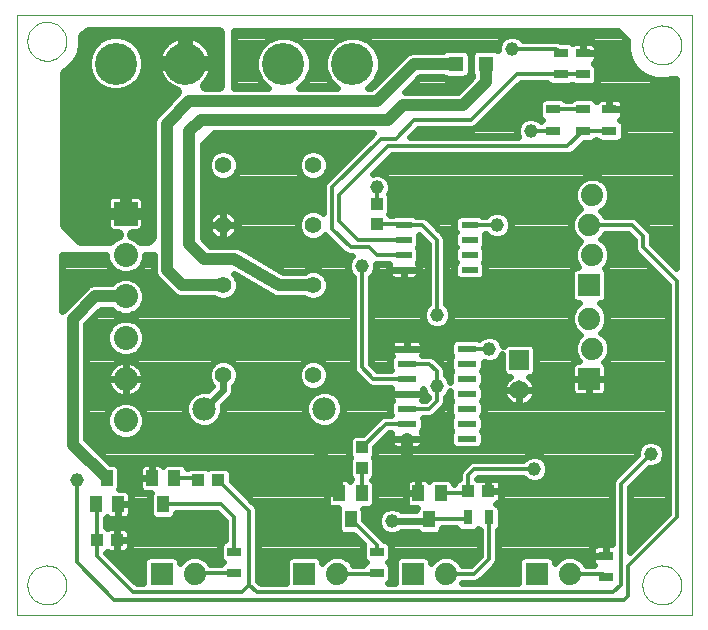
<source format=gtl>
G75*
%MOIN*%
%OFA0B0*%
%FSLAX24Y24*%
%IPPOS*%
%LPD*%
%AMOC8*
5,1,8,0,0,1.08239X$1,22.5*
%
%ADD10C,0.0000*%
%ADD11C,0.0780*%
%ADD12R,0.0800X0.0800*%
%ADD13C,0.0800*%
%ADD14C,0.1400*%
%ADD15R,0.0515X0.0515*%
%ADD16C,0.0554*%
%ADD17R,0.0394X0.0433*%
%ADD18R,0.0433X0.0394*%
%ADD19R,0.0394X0.0551*%
%ADD20R,0.0560X0.0220*%
%ADD21R,0.0630X0.0220*%
%ADD22R,0.0740X0.0740*%
%ADD23C,0.0740*%
%ADD24R,0.0472X0.0315*%
%ADD25R,0.0315X0.0472*%
%ADD26R,0.0650X0.0650*%
%ADD27C,0.0650*%
%ADD28C,0.0120*%
%ADD29C,0.0460*%
%ADD30C,0.0240*%
%ADD31C,0.0400*%
%ADD32C,0.0660*%
%ADD33C,0.0100*%
D10*
X000225Y000225D02*
X000225Y020221D01*
X022720Y020221D01*
X022720Y000225D01*
X000225Y000225D01*
X000575Y001225D02*
X000577Y001275D01*
X000583Y001325D01*
X000593Y001375D01*
X000606Y001423D01*
X000623Y001471D01*
X000644Y001517D01*
X000668Y001561D01*
X000696Y001603D01*
X000727Y001643D01*
X000761Y001680D01*
X000798Y001715D01*
X000837Y001746D01*
X000878Y001775D01*
X000922Y001800D01*
X000968Y001822D01*
X001015Y001840D01*
X001063Y001854D01*
X001112Y001865D01*
X001162Y001872D01*
X001212Y001875D01*
X001263Y001874D01*
X001313Y001869D01*
X001363Y001860D01*
X001411Y001848D01*
X001459Y001831D01*
X001505Y001811D01*
X001550Y001788D01*
X001593Y001761D01*
X001633Y001731D01*
X001671Y001698D01*
X001706Y001662D01*
X001739Y001623D01*
X001768Y001582D01*
X001794Y001539D01*
X001817Y001494D01*
X001836Y001447D01*
X001851Y001399D01*
X001863Y001350D01*
X001871Y001300D01*
X001875Y001250D01*
X001875Y001200D01*
X001871Y001150D01*
X001863Y001100D01*
X001851Y001051D01*
X001836Y001003D01*
X001817Y000956D01*
X001794Y000911D01*
X001768Y000868D01*
X001739Y000827D01*
X001706Y000788D01*
X001671Y000752D01*
X001633Y000719D01*
X001593Y000689D01*
X001550Y000662D01*
X001505Y000639D01*
X001459Y000619D01*
X001411Y000602D01*
X001363Y000590D01*
X001313Y000581D01*
X001263Y000576D01*
X001212Y000575D01*
X001162Y000578D01*
X001112Y000585D01*
X001063Y000596D01*
X001015Y000610D01*
X000968Y000628D01*
X000922Y000650D01*
X000878Y000675D01*
X000837Y000704D01*
X000798Y000735D01*
X000761Y000770D01*
X000727Y000807D01*
X000696Y000847D01*
X000668Y000889D01*
X000644Y000933D01*
X000623Y000979D01*
X000606Y001027D01*
X000593Y001075D01*
X000583Y001125D01*
X000577Y001175D01*
X000575Y001225D01*
X000575Y019350D02*
X000577Y019400D01*
X000583Y019450D01*
X000593Y019500D01*
X000606Y019548D01*
X000623Y019596D01*
X000644Y019642D01*
X000668Y019686D01*
X000696Y019728D01*
X000727Y019768D01*
X000761Y019805D01*
X000798Y019840D01*
X000837Y019871D01*
X000878Y019900D01*
X000922Y019925D01*
X000968Y019947D01*
X001015Y019965D01*
X001063Y019979D01*
X001112Y019990D01*
X001162Y019997D01*
X001212Y020000D01*
X001263Y019999D01*
X001313Y019994D01*
X001363Y019985D01*
X001411Y019973D01*
X001459Y019956D01*
X001505Y019936D01*
X001550Y019913D01*
X001593Y019886D01*
X001633Y019856D01*
X001671Y019823D01*
X001706Y019787D01*
X001739Y019748D01*
X001768Y019707D01*
X001794Y019664D01*
X001817Y019619D01*
X001836Y019572D01*
X001851Y019524D01*
X001863Y019475D01*
X001871Y019425D01*
X001875Y019375D01*
X001875Y019325D01*
X001871Y019275D01*
X001863Y019225D01*
X001851Y019176D01*
X001836Y019128D01*
X001817Y019081D01*
X001794Y019036D01*
X001768Y018993D01*
X001739Y018952D01*
X001706Y018913D01*
X001671Y018877D01*
X001633Y018844D01*
X001593Y018814D01*
X001550Y018787D01*
X001505Y018764D01*
X001459Y018744D01*
X001411Y018727D01*
X001363Y018715D01*
X001313Y018706D01*
X001263Y018701D01*
X001212Y018700D01*
X001162Y018703D01*
X001112Y018710D01*
X001063Y018721D01*
X001015Y018735D01*
X000968Y018753D01*
X000922Y018775D01*
X000878Y018800D01*
X000837Y018829D01*
X000798Y018860D01*
X000761Y018895D01*
X000727Y018932D01*
X000696Y018972D01*
X000668Y019014D01*
X000644Y019058D01*
X000623Y019104D01*
X000606Y019152D01*
X000593Y019200D01*
X000583Y019250D01*
X000577Y019300D01*
X000575Y019350D01*
X021075Y019225D02*
X021077Y019275D01*
X021083Y019325D01*
X021093Y019375D01*
X021106Y019423D01*
X021123Y019471D01*
X021144Y019517D01*
X021168Y019561D01*
X021196Y019603D01*
X021227Y019643D01*
X021261Y019680D01*
X021298Y019715D01*
X021337Y019746D01*
X021378Y019775D01*
X021422Y019800D01*
X021468Y019822D01*
X021515Y019840D01*
X021563Y019854D01*
X021612Y019865D01*
X021662Y019872D01*
X021712Y019875D01*
X021763Y019874D01*
X021813Y019869D01*
X021863Y019860D01*
X021911Y019848D01*
X021959Y019831D01*
X022005Y019811D01*
X022050Y019788D01*
X022093Y019761D01*
X022133Y019731D01*
X022171Y019698D01*
X022206Y019662D01*
X022239Y019623D01*
X022268Y019582D01*
X022294Y019539D01*
X022317Y019494D01*
X022336Y019447D01*
X022351Y019399D01*
X022363Y019350D01*
X022371Y019300D01*
X022375Y019250D01*
X022375Y019200D01*
X022371Y019150D01*
X022363Y019100D01*
X022351Y019051D01*
X022336Y019003D01*
X022317Y018956D01*
X022294Y018911D01*
X022268Y018868D01*
X022239Y018827D01*
X022206Y018788D01*
X022171Y018752D01*
X022133Y018719D01*
X022093Y018689D01*
X022050Y018662D01*
X022005Y018639D01*
X021959Y018619D01*
X021911Y018602D01*
X021863Y018590D01*
X021813Y018581D01*
X021763Y018576D01*
X021712Y018575D01*
X021662Y018578D01*
X021612Y018585D01*
X021563Y018596D01*
X021515Y018610D01*
X021468Y018628D01*
X021422Y018650D01*
X021378Y018675D01*
X021337Y018704D01*
X021298Y018735D01*
X021261Y018770D01*
X021227Y018807D01*
X021196Y018847D01*
X021168Y018889D01*
X021144Y018933D01*
X021123Y018979D01*
X021106Y019027D01*
X021093Y019075D01*
X021083Y019125D01*
X021077Y019175D01*
X021075Y019225D01*
X021075Y001225D02*
X021077Y001275D01*
X021083Y001325D01*
X021093Y001375D01*
X021106Y001423D01*
X021123Y001471D01*
X021144Y001517D01*
X021168Y001561D01*
X021196Y001603D01*
X021227Y001643D01*
X021261Y001680D01*
X021298Y001715D01*
X021337Y001746D01*
X021378Y001775D01*
X021422Y001800D01*
X021468Y001822D01*
X021515Y001840D01*
X021563Y001854D01*
X021612Y001865D01*
X021662Y001872D01*
X021712Y001875D01*
X021763Y001874D01*
X021813Y001869D01*
X021863Y001860D01*
X021911Y001848D01*
X021959Y001831D01*
X022005Y001811D01*
X022050Y001788D01*
X022093Y001761D01*
X022133Y001731D01*
X022171Y001698D01*
X022206Y001662D01*
X022239Y001623D01*
X022268Y001582D01*
X022294Y001539D01*
X022317Y001494D01*
X022336Y001447D01*
X022351Y001399D01*
X022363Y001350D01*
X022371Y001300D01*
X022375Y001250D01*
X022375Y001200D01*
X022371Y001150D01*
X022363Y001100D01*
X022351Y001051D01*
X022336Y001003D01*
X022317Y000956D01*
X022294Y000911D01*
X022268Y000868D01*
X022239Y000827D01*
X022206Y000788D01*
X022171Y000752D01*
X022133Y000719D01*
X022093Y000689D01*
X022050Y000662D01*
X022005Y000639D01*
X021959Y000619D01*
X021911Y000602D01*
X021863Y000590D01*
X021813Y000581D01*
X021763Y000576D01*
X021712Y000575D01*
X021662Y000578D01*
X021612Y000585D01*
X021563Y000596D01*
X021515Y000610D01*
X021468Y000628D01*
X021422Y000650D01*
X021378Y000675D01*
X021337Y000704D01*
X021298Y000735D01*
X021261Y000770D01*
X021227Y000807D01*
X021196Y000847D01*
X021168Y000889D01*
X021144Y000933D01*
X021123Y000979D01*
X021106Y001027D01*
X021093Y001075D01*
X021083Y001125D01*
X021077Y001175D01*
X021075Y001225D01*
D11*
X010475Y007100D03*
X006475Y007100D03*
D12*
X003850Y013600D03*
D13*
X003850Y012222D03*
X003850Y010844D03*
X003850Y009466D03*
X003850Y008088D03*
X003850Y006710D03*
D14*
X003538Y018600D03*
X005838Y018600D03*
X009112Y018600D03*
X011412Y018600D03*
D15*
X014850Y018600D03*
X015850Y018600D03*
D16*
X010100Y015225D03*
X010100Y013225D03*
X010100Y011225D03*
X007100Y011225D03*
X007100Y013225D03*
X007100Y015225D03*
X007100Y008225D03*
X010100Y008225D03*
D17*
X011725Y005810D03*
X011725Y005140D03*
X012225Y013265D03*
X012225Y013935D03*
D18*
X006935Y004725D03*
X006265Y004725D03*
X003560Y002725D03*
X002890Y002725D03*
X015265Y004350D03*
X015935Y004350D03*
D19*
X014349Y004283D03*
X013601Y004283D03*
X013975Y003417D03*
X011724Y004283D03*
X010976Y004283D03*
X011350Y003417D03*
X005474Y004783D03*
X004726Y004783D03*
X005100Y003917D03*
X003599Y003917D03*
X002851Y003917D03*
X003225Y004783D03*
D20*
X013125Y011725D03*
X013125Y012225D03*
X013125Y012725D03*
X013125Y013225D03*
X015325Y013225D03*
X015325Y012725D03*
X015325Y012225D03*
X015325Y011725D03*
D21*
X015225Y009100D03*
X015225Y008600D03*
X015225Y008100D03*
X015225Y007600D03*
X015225Y007100D03*
X015225Y006600D03*
X015225Y006100D03*
X013225Y006100D03*
X013225Y006600D03*
X013225Y007100D03*
X013225Y007600D03*
X013225Y008100D03*
X013225Y008600D03*
X013225Y009100D03*
D22*
X019300Y008100D03*
X019300Y011225D03*
X017550Y001600D03*
X013425Y001600D03*
X009800Y001600D03*
X005050Y001600D03*
D23*
X006150Y001600D03*
X010900Y001600D03*
X014525Y001600D03*
X018650Y001600D03*
X019400Y009100D03*
X019300Y010100D03*
X019400Y012225D03*
X019300Y013225D03*
X019400Y014225D03*
D24*
X019100Y016371D03*
X019100Y017079D03*
X019975Y017079D03*
X019975Y016371D03*
X018100Y016371D03*
X018100Y017079D03*
X018350Y018246D03*
X018350Y018954D03*
X019100Y018954D03*
X019100Y018246D03*
X012225Y002329D03*
X012225Y001621D03*
X007475Y001621D03*
X007475Y002329D03*
X019850Y002204D03*
X019850Y001496D03*
D25*
X015954Y003475D03*
X015246Y003475D03*
D26*
X016975Y008725D03*
D27*
X016975Y007725D03*
D28*
X015975Y009100D02*
X015225Y009100D01*
X014225Y008350D02*
X013975Y008600D01*
X013225Y008600D01*
X013225Y008100D02*
X012100Y008100D01*
X011725Y008475D01*
X011725Y011850D01*
X012225Y012225D02*
X013125Y012225D01*
X013125Y012725D02*
X011600Y012725D01*
X010975Y013350D01*
X010975Y014225D01*
X012600Y015850D01*
X018579Y015850D01*
X019100Y016371D01*
X019975Y016371D01*
X019100Y017079D02*
X018100Y017079D01*
X018100Y016371D02*
X018079Y016350D01*
X017350Y016350D01*
X016890Y018265D02*
X018330Y018265D01*
X018350Y018246D01*
X019100Y018246D01*
X018350Y018954D02*
X018204Y019100D01*
X016725Y019100D01*
X016890Y018265D02*
X015350Y016725D01*
X013475Y016725D01*
X012850Y016100D01*
X012350Y016100D01*
X010725Y014475D01*
X010725Y013100D01*
X011350Y012475D01*
X011975Y012475D01*
X012225Y012225D01*
X012225Y013265D02*
X013085Y013265D01*
X013125Y013225D01*
X013725Y013225D01*
X014225Y012725D01*
X014225Y010225D01*
X014225Y008350D02*
X014225Y007850D01*
X014225Y007350D01*
X013975Y007100D01*
X013225Y007100D01*
X013225Y006600D02*
X012515Y006600D01*
X011725Y005810D01*
X011725Y005140D02*
X011724Y005139D01*
X011724Y004283D01*
X011350Y003417D02*
X012225Y002542D01*
X012225Y002329D01*
X012225Y001621D02*
X012204Y001600D01*
X010900Y001600D01*
X008225Y000975D02*
X020100Y000975D01*
X020350Y001225D01*
X020350Y004600D01*
X021350Y005600D01*
X022225Y003475D02*
X020600Y001850D01*
X020600Y000850D01*
X020475Y000725D01*
X003475Y000725D01*
X002225Y001975D01*
X002225Y004725D01*
X002851Y003917D02*
X002890Y003878D01*
X002890Y002725D01*
X002890Y002185D01*
X004100Y000975D01*
X007725Y000975D01*
X007975Y001225D01*
X007975Y003685D01*
X006935Y004725D01*
X006265Y004725D02*
X006207Y004783D01*
X005474Y004783D01*
X005100Y003917D02*
X007033Y003917D01*
X007475Y003475D01*
X007475Y002329D01*
X007475Y001621D02*
X006171Y001621D01*
X006150Y001600D01*
X007975Y001225D02*
X008225Y000975D01*
X013975Y003417D02*
X015188Y003417D01*
X015246Y003475D01*
X015954Y003475D02*
X015954Y002079D01*
X015475Y001600D01*
X014525Y001600D01*
X014349Y004283D02*
X015198Y004283D01*
X015265Y004350D01*
X015265Y004890D01*
X015475Y005100D01*
X017475Y005100D01*
X018600Y001600D02*
X018475Y001475D01*
X018525Y001475D01*
X018650Y001600D01*
X019746Y001600D01*
X019850Y001496D01*
X018650Y001600D02*
X018600Y001600D01*
X022225Y003475D02*
X022225Y011350D01*
X021100Y012475D01*
X021100Y012850D01*
X020725Y013225D01*
X019300Y013225D01*
X016225Y013225D02*
X015325Y013225D01*
X012225Y013935D02*
X012225Y014475D01*
D29*
X012225Y014475D03*
X011725Y011850D03*
X014225Y010225D03*
X015975Y009100D03*
X014225Y007850D03*
X017475Y005100D03*
X021350Y005600D03*
X016225Y013225D03*
X017350Y016350D03*
X016725Y019100D03*
X002225Y004725D03*
X012725Y003350D03*
D30*
X013908Y003350D01*
X013975Y003417D01*
X013538Y003710D02*
X013030Y003710D01*
X012991Y003748D01*
X012818Y003820D01*
X012632Y003820D01*
X012459Y003748D01*
X012327Y003616D01*
X012255Y003443D01*
X012255Y003257D01*
X012327Y003084D01*
X012459Y002952D01*
X012632Y002880D01*
X012818Y002880D01*
X012991Y002952D01*
X013030Y002990D01*
X013590Y002990D01*
X013642Y002938D01*
X013730Y002901D01*
X014220Y002901D01*
X014308Y002938D01*
X014375Y003005D01*
X014412Y003094D01*
X014412Y003117D01*
X014879Y003117D01*
X014885Y003103D01*
X014952Y003035D01*
X015040Y002999D01*
X015451Y002999D01*
X015539Y003035D01*
X015600Y003096D01*
X015654Y003042D01*
X015654Y002204D01*
X015351Y001900D01*
X015061Y001900D01*
X015042Y001946D01*
X014871Y002117D01*
X014646Y002210D01*
X014404Y002210D01*
X014179Y002117D01*
X014035Y001973D01*
X014035Y002018D01*
X013998Y002106D01*
X013931Y002173D01*
X013843Y002210D01*
X013007Y002210D01*
X012919Y002173D01*
X012852Y002106D01*
X012815Y002018D01*
X012815Y001275D01*
X012612Y001275D01*
X012665Y001327D01*
X012701Y001415D01*
X012701Y001826D01*
X012665Y001914D01*
X012604Y001975D01*
X012665Y002036D01*
X012701Y002124D01*
X012701Y002535D01*
X012665Y002623D01*
X012597Y002690D01*
X012509Y002727D01*
X012464Y002727D01*
X012395Y002796D01*
X011787Y003404D01*
X011787Y003740D01*
X011776Y003767D01*
X011969Y003767D01*
X012057Y003804D01*
X012124Y003872D01*
X012161Y003960D01*
X012161Y004606D01*
X012124Y004695D01*
X012078Y004741D01*
X012125Y004788D01*
X012162Y004876D01*
X012162Y005405D01*
X012133Y005475D01*
X012162Y005545D01*
X012162Y005822D01*
X012640Y006300D01*
X012708Y006300D01*
X012705Y006295D01*
X012690Y006239D01*
X012690Y006100D01*
X013225Y006100D01*
X013760Y006100D01*
X013760Y006239D01*
X013745Y006295D01*
X013723Y006333D01*
X013743Y006354D01*
X013780Y006442D01*
X013780Y006758D01*
X013762Y006800D01*
X014035Y006800D01*
X014145Y006846D01*
X014229Y006930D01*
X014229Y006930D01*
X014479Y007180D01*
X014525Y007290D01*
X014525Y007485D01*
X014623Y007584D01*
X014670Y007696D01*
X014670Y007442D01*
X014707Y007354D01*
X014711Y007350D01*
X014707Y007346D01*
X014670Y007258D01*
X014670Y006942D01*
X014707Y006854D01*
X014711Y006850D01*
X014707Y006846D01*
X014670Y006758D01*
X014670Y006442D01*
X014707Y006354D01*
X014711Y006350D01*
X014707Y006346D01*
X014670Y006258D01*
X014670Y005942D01*
X014707Y005854D01*
X014774Y005787D01*
X014862Y005750D01*
X015588Y005750D01*
X015676Y005787D01*
X015743Y005854D01*
X015780Y005942D01*
X015780Y006258D01*
X015743Y006346D01*
X015739Y006350D01*
X015743Y006354D01*
X015780Y006442D01*
X015780Y006758D01*
X015743Y006846D01*
X015739Y006850D01*
X015743Y006854D01*
X015780Y006942D01*
X015780Y007258D01*
X015743Y007346D01*
X015739Y007350D01*
X015743Y007354D01*
X015780Y007442D01*
X015780Y007758D01*
X015743Y007846D01*
X015739Y007850D01*
X015743Y007854D01*
X015780Y007942D01*
X015780Y008258D01*
X015743Y008346D01*
X015739Y008350D01*
X015743Y008354D01*
X015780Y008442D01*
X015780Y008672D01*
X015882Y008630D01*
X016068Y008630D01*
X016241Y008702D01*
X016373Y008834D01*
X016410Y008922D01*
X016410Y008352D01*
X016447Y008264D01*
X016514Y008197D01*
X016602Y008160D01*
X016647Y008160D01*
X016620Y008141D01*
X016559Y008080D01*
X016509Y008011D01*
X016470Y007934D01*
X016443Y007853D01*
X016430Y007768D01*
X016430Y007725D01*
X016975Y007725D01*
X017520Y007725D01*
X017520Y007768D01*
X017507Y007853D01*
X017480Y007934D01*
X017441Y008011D01*
X017391Y008080D01*
X017330Y008141D01*
X017303Y008160D01*
X017348Y008160D01*
X017436Y008197D01*
X017503Y008264D01*
X017540Y008352D01*
X017540Y009098D01*
X017503Y009186D01*
X017436Y009253D01*
X017348Y009290D01*
X016602Y009290D01*
X016514Y009253D01*
X016447Y009186D01*
X016445Y009182D01*
X016445Y009193D01*
X016373Y009366D01*
X016241Y009498D01*
X016068Y009570D01*
X015882Y009570D01*
X015709Y009498D01*
X015639Y009429D01*
X015588Y009450D01*
X014862Y009450D01*
X014774Y009413D01*
X014707Y009346D01*
X014670Y009258D01*
X014670Y008942D01*
X014707Y008854D01*
X014711Y008850D01*
X014707Y008846D01*
X014670Y008758D01*
X014670Y008442D01*
X014707Y008354D01*
X014711Y008350D01*
X014707Y008346D01*
X014670Y008258D01*
X014670Y008004D01*
X014623Y008116D01*
X014525Y008215D01*
X014525Y008410D01*
X014479Y008520D01*
X014229Y008770D01*
X014145Y008854D01*
X014035Y008900D01*
X013742Y008900D01*
X013745Y008905D01*
X013760Y008961D01*
X013760Y009100D01*
X013760Y009239D01*
X013745Y009295D01*
X013716Y009345D01*
X013675Y009386D01*
X013625Y009415D01*
X013569Y009430D01*
X013225Y009430D01*
X013225Y009100D01*
X013225Y009100D01*
X013760Y009100D01*
X013225Y009100D01*
X013225Y009100D01*
X013225Y009100D01*
X012690Y009100D01*
X012690Y009239D01*
X012705Y009295D01*
X012734Y009345D01*
X012775Y009386D01*
X012825Y009415D01*
X012881Y009430D01*
X013225Y009430D01*
X013225Y009100D01*
X012690Y009100D01*
X012690Y008961D01*
X012705Y008905D01*
X012727Y008867D01*
X012707Y008846D01*
X012670Y008758D01*
X012670Y008442D01*
X012688Y008400D01*
X012224Y008400D01*
X012025Y008599D01*
X012025Y011485D01*
X012123Y011584D01*
X012195Y011757D01*
X012195Y011925D01*
X012643Y011925D01*
X012640Y011920D01*
X012625Y011864D01*
X012625Y011725D01*
X013125Y011725D01*
X013625Y011725D01*
X013625Y011864D01*
X013610Y011920D01*
X013588Y011958D01*
X013608Y011979D01*
X013645Y012067D01*
X013645Y012383D01*
X013608Y012471D01*
X013604Y012475D01*
X013608Y012479D01*
X013645Y012567D01*
X013645Y012881D01*
X013925Y012601D01*
X013925Y010590D01*
X013827Y010491D01*
X013755Y010318D01*
X013755Y010132D01*
X013827Y009959D01*
X013959Y009827D01*
X014132Y009755D01*
X014318Y009755D01*
X014491Y009827D01*
X014623Y009959D01*
X014695Y010132D01*
X014695Y010318D01*
X014623Y010491D01*
X014525Y010590D01*
X014525Y012785D01*
X014479Y012895D01*
X014395Y012979D01*
X013895Y013479D01*
X013785Y013525D01*
X013554Y013525D01*
X013541Y013538D01*
X013453Y013575D01*
X012797Y013575D01*
X012774Y013565D01*
X012647Y013565D01*
X012633Y013600D01*
X012662Y013670D01*
X012662Y014199D01*
X012641Y014250D01*
X012695Y014382D01*
X012695Y014568D01*
X012623Y014741D01*
X012491Y014873D01*
X012318Y014945D01*
X012132Y014945D01*
X012111Y014936D01*
X012724Y015550D01*
X018639Y015550D01*
X018749Y015596D01*
X019127Y015973D01*
X019384Y015973D01*
X019472Y016010D01*
X019533Y016071D01*
X019542Y016071D01*
X019603Y016010D01*
X019691Y015973D01*
X020259Y015973D01*
X020347Y016010D01*
X020415Y016077D01*
X020451Y016165D01*
X020451Y016576D01*
X020415Y016664D01*
X020347Y016732D01*
X020332Y016738D01*
X020346Y016746D01*
X020387Y016787D01*
X020416Y016837D01*
X020431Y016893D01*
X020431Y017079D01*
X019975Y017079D01*
X019975Y017079D01*
X020431Y017079D01*
X020431Y017266D01*
X020416Y017322D01*
X020387Y017372D01*
X020346Y017413D01*
X020296Y017442D01*
X020240Y017457D01*
X019975Y017457D01*
X019710Y017457D01*
X019654Y017442D01*
X019604Y017413D01*
X019563Y017372D01*
X019550Y017349D01*
X019540Y017373D01*
X019472Y017440D01*
X019384Y017477D01*
X018816Y017477D01*
X018728Y017440D01*
X018667Y017379D01*
X018533Y017379D01*
X018472Y017440D01*
X018384Y017477D01*
X017816Y017477D01*
X017728Y017440D01*
X017660Y017373D01*
X017624Y017285D01*
X017624Y016874D01*
X017660Y016786D01*
X017721Y016725D01*
X017680Y016684D01*
X017616Y016748D01*
X017443Y016820D01*
X017257Y016820D01*
X017084Y016748D01*
X016952Y016616D01*
X016880Y016443D01*
X015453Y016443D01*
X015410Y016425D02*
X015520Y016471D01*
X015604Y016555D01*
X017015Y017965D01*
X017905Y017965D01*
X017910Y017952D01*
X017978Y017885D01*
X018066Y017848D01*
X018634Y017848D01*
X018722Y017885D01*
X018725Y017888D01*
X018728Y017885D01*
X018816Y017848D01*
X019384Y017848D01*
X019472Y017885D01*
X019540Y017952D01*
X019576Y018040D01*
X019576Y018451D01*
X019540Y018539D01*
X019472Y018607D01*
X019457Y018613D01*
X019471Y018621D01*
X019512Y018662D01*
X019541Y018712D01*
X019556Y018768D01*
X019556Y018954D01*
X019100Y018954D01*
X019100Y018954D01*
X019556Y018954D01*
X019556Y019141D01*
X019541Y019197D01*
X019512Y019247D01*
X019471Y019288D01*
X019421Y019317D01*
X019365Y019332D01*
X019100Y019332D01*
X018835Y019332D01*
X018779Y019317D01*
X018742Y019295D01*
X018722Y019315D01*
X018634Y019352D01*
X018377Y019352D01*
X018374Y019354D01*
X018264Y019400D01*
X017090Y019400D01*
X016991Y019498D01*
X016818Y019570D01*
X016632Y019570D01*
X016459Y019498D01*
X016327Y019366D01*
X016255Y019193D01*
X016255Y019049D01*
X016243Y019061D01*
X016155Y019097D01*
X015545Y019097D01*
X015457Y019061D01*
X015389Y018993D01*
X015353Y018905D01*
X015353Y018295D01*
X015389Y018207D01*
X015410Y018186D01*
X015410Y018157D01*
X014918Y017665D01*
X013162Y017665D01*
X013657Y018160D01*
X014436Y018160D01*
X014457Y018139D01*
X014545Y018103D01*
X015155Y018103D01*
X015243Y018139D01*
X015311Y018207D01*
X015347Y018295D01*
X015347Y018905D01*
X015311Y018993D01*
X015243Y019061D01*
X015155Y019097D01*
X014545Y019097D01*
X014457Y019061D01*
X014436Y019040D01*
X013387Y019040D01*
X013226Y018973D01*
X012043Y017790D01*
X011913Y017790D01*
X011944Y017803D01*
X012209Y018068D01*
X012352Y018413D01*
X012352Y018787D01*
X012209Y019132D01*
X011944Y019397D01*
X011599Y019540D01*
X011225Y019540D01*
X010880Y019397D01*
X010615Y019132D01*
X010472Y018787D01*
X010472Y018413D01*
X010615Y018068D01*
X010880Y017803D01*
X010911Y017790D01*
X009613Y017790D01*
X009644Y017803D01*
X009909Y018068D01*
X010052Y018413D01*
X010052Y018787D01*
X009909Y019132D01*
X009644Y019397D01*
X009299Y019540D01*
X008925Y019540D01*
X008580Y019397D01*
X008315Y019132D01*
X008172Y018787D01*
X008172Y018413D01*
X008315Y018068D01*
X008580Y017803D01*
X008611Y017790D01*
X007475Y017790D01*
X007475Y019701D01*
X020249Y019701D01*
X020558Y019392D01*
X020555Y019379D01*
X020555Y019071D01*
X020635Y018773D01*
X020789Y018507D01*
X021007Y018289D01*
X021273Y018135D01*
X021331Y018119D01*
X021350Y018100D01*
X021403Y018100D01*
X021571Y018055D01*
X021879Y018055D01*
X022047Y018100D01*
X022200Y018100D01*
X022200Y011799D01*
X021400Y012599D01*
X021400Y012910D01*
X021354Y013020D01*
X021270Y013104D01*
X022200Y013104D01*
X022200Y012866D02*
X021400Y012866D01*
X021400Y012627D02*
X022200Y012627D01*
X022200Y012389D02*
X021611Y012389D01*
X021849Y012150D02*
X022200Y012150D01*
X022200Y011912D02*
X022088Y011912D01*
X021716Y011435D02*
X019910Y011435D01*
X019910Y011643D02*
X019873Y011731D01*
X019821Y011783D01*
X019917Y011879D01*
X020010Y012104D01*
X020010Y012346D01*
X019917Y012571D01*
X019746Y012742D01*
X019699Y012761D01*
X019817Y012879D01*
X019836Y012925D01*
X020601Y012925D01*
X020800Y012726D01*
X020800Y012415D01*
X020846Y012305D01*
X020930Y012221D01*
X020930Y012221D01*
X021925Y011226D01*
X021925Y003599D01*
X020650Y002324D01*
X020650Y004476D01*
X021304Y005130D01*
X021443Y005130D01*
X021616Y005202D01*
X021748Y005334D01*
X021820Y005507D01*
X021820Y005693D01*
X021748Y005866D01*
X021616Y005998D01*
X021443Y006070D01*
X021257Y006070D01*
X021084Y005998D01*
X020952Y005866D01*
X020880Y005693D01*
X020880Y005554D01*
X020180Y004854D01*
X020096Y004770D01*
X020050Y004660D01*
X020050Y002582D01*
X019850Y002582D01*
X019585Y002582D01*
X019529Y002567D01*
X019479Y002538D01*
X019438Y002497D01*
X019409Y002447D01*
X019394Y002391D01*
X019394Y002204D01*
X019394Y002018D01*
X019409Y001962D01*
X019438Y001912D01*
X019450Y001900D01*
X019186Y001900D01*
X019167Y001946D01*
X018996Y002117D01*
X018771Y002210D01*
X018529Y002210D01*
X018304Y002117D01*
X018160Y001973D01*
X018160Y002018D01*
X018123Y002106D01*
X018056Y002173D01*
X017968Y002210D01*
X017132Y002210D01*
X017044Y002173D01*
X016977Y002106D01*
X016940Y002018D01*
X016940Y001275D01*
X015051Y001275D01*
X015061Y001300D01*
X015535Y001300D01*
X015645Y001346D01*
X015729Y001430D01*
X016124Y001825D01*
X016209Y001909D01*
X016254Y002020D01*
X016254Y003042D01*
X016315Y003103D01*
X016352Y003191D01*
X016352Y003759D01*
X016315Y003847D01*
X016248Y003915D01*
X016194Y003937D01*
X016236Y003948D01*
X016286Y003977D01*
X016327Y004018D01*
X016356Y004068D01*
X016371Y004124D01*
X016371Y004350D01*
X016371Y004576D01*
X016356Y004632D01*
X016327Y004682D01*
X016286Y004723D01*
X016236Y004752D01*
X016180Y004767D01*
X015935Y004767D01*
X015935Y004350D01*
X016371Y004350D01*
X015935Y004350D01*
X015935Y004350D01*
X015935Y004350D01*
X015935Y004767D01*
X015689Y004767D01*
X015633Y004752D01*
X015622Y004746D01*
X015618Y004750D01*
X015570Y004770D01*
X015599Y004800D01*
X017110Y004800D01*
X017209Y004702D01*
X017382Y004630D01*
X017568Y004630D01*
X017741Y004702D01*
X017873Y004834D01*
X017945Y005007D01*
X017945Y005193D01*
X017873Y005366D01*
X017741Y005498D01*
X017568Y005570D01*
X017382Y005570D01*
X017209Y005498D01*
X017110Y005400D01*
X015415Y005400D01*
X015305Y005354D01*
X015221Y005270D01*
X015011Y005060D01*
X014965Y004950D01*
X014965Y004772D01*
X014913Y004750D01*
X014845Y004683D01*
X014809Y004595D01*
X014809Y004583D01*
X014786Y004583D01*
X014786Y004606D01*
X014749Y004695D01*
X014682Y004762D01*
X014594Y004799D01*
X014104Y004799D01*
X014016Y004762D01*
X013961Y004707D01*
X013933Y004735D01*
X013883Y004764D01*
X013827Y004779D01*
X013601Y004779D01*
X013375Y004779D01*
X013319Y004764D01*
X013269Y004735D01*
X013228Y004694D01*
X013199Y004644D01*
X013184Y004588D01*
X013184Y004283D01*
X013184Y003979D01*
X013199Y003923D01*
X013228Y003872D01*
X013269Y003831D01*
X013319Y003802D01*
X013375Y003787D01*
X013558Y003787D01*
X013538Y003740D01*
X013538Y003710D01*
X013319Y003803D02*
X012861Y003803D01*
X013184Y004041D02*
X012161Y004041D01*
X012161Y004280D02*
X013184Y004280D01*
X013184Y004283D02*
X013601Y004283D01*
X013601Y004283D01*
X013184Y004283D01*
X013184Y004518D02*
X012161Y004518D01*
X012094Y004757D02*
X013307Y004757D01*
X013601Y004757D02*
X013601Y004757D01*
X013601Y004779D02*
X013601Y004283D01*
X013601Y004283D01*
X013601Y004779D01*
X013895Y004757D02*
X014011Y004757D01*
X013601Y004518D02*
X013601Y004518D01*
X014687Y004757D02*
X014928Y004757D01*
X014984Y004995D02*
X012162Y004995D01*
X012162Y005234D02*
X015184Y005234D01*
X015603Y004757D02*
X015651Y004757D01*
X015935Y004757D02*
X015935Y004757D01*
X016219Y004757D02*
X017154Y004757D01*
X017796Y004757D02*
X020090Y004757D01*
X020180Y004854D02*
X020180Y004854D01*
X020321Y004995D02*
X017940Y004995D01*
X017928Y005234D02*
X020559Y005234D01*
X020798Y005472D02*
X017768Y005472D01*
X017182Y005472D02*
X012134Y005472D01*
X012162Y005711D02*
X020887Y005711D01*
X021034Y005949D02*
X015780Y005949D01*
X015780Y006188D02*
X021925Y006188D01*
X021925Y006426D02*
X015773Y006426D01*
X015780Y006665D02*
X021925Y006665D01*
X021925Y006903D02*
X015764Y006903D01*
X015780Y007142D02*
X021925Y007142D01*
X021925Y007380D02*
X017398Y007380D01*
X017391Y007370D02*
X017441Y007439D01*
X017480Y007516D01*
X017507Y007597D01*
X017520Y007682D01*
X017520Y007725D01*
X016975Y007725D01*
X016975Y007725D01*
X016975Y007180D01*
X017018Y007180D01*
X017103Y007193D01*
X017184Y007220D01*
X017261Y007259D01*
X017330Y007309D01*
X017391Y007370D01*
X017510Y007619D02*
X018740Y007619D01*
X018754Y007595D02*
X018725Y007645D01*
X018710Y007701D01*
X018710Y008100D01*
X019300Y008100D01*
X019890Y008100D01*
X019890Y008499D01*
X019875Y008555D01*
X019846Y008605D01*
X019807Y008644D01*
X019917Y008754D01*
X020010Y008979D01*
X020010Y009221D01*
X019917Y009446D01*
X019746Y009617D01*
X019699Y009636D01*
X019817Y009754D01*
X019910Y009979D01*
X019910Y010221D01*
X019817Y010446D01*
X019648Y010615D01*
X019718Y010615D01*
X019806Y010652D01*
X019873Y010719D01*
X021925Y010719D01*
X021925Y010958D02*
X019910Y010958D01*
X019910Y010807D02*
X019910Y011643D01*
X019897Y011673D02*
X021478Y011673D01*
X021239Y011912D02*
X019930Y011912D01*
X020010Y012150D02*
X021001Y012150D01*
X020811Y012389D02*
X019993Y012389D01*
X019861Y012627D02*
X020800Y012627D01*
X020660Y012866D02*
X019803Y012866D01*
X019836Y013525D02*
X019817Y013571D01*
X019699Y013689D01*
X019746Y013708D01*
X019917Y013879D01*
X020010Y014104D01*
X020010Y014346D01*
X019917Y014571D01*
X019746Y014742D01*
X019521Y014835D01*
X019279Y014835D01*
X019054Y014742D01*
X018883Y014571D01*
X018790Y014346D01*
X018790Y014104D01*
X018883Y013879D01*
X019001Y013761D01*
X018954Y013742D01*
X018783Y013571D01*
X018690Y013346D01*
X018690Y013104D01*
X016684Y013104D01*
X016695Y013132D02*
X016695Y013318D01*
X016623Y013491D01*
X016491Y013623D01*
X016318Y013695D01*
X016132Y013695D01*
X015959Y013623D01*
X015860Y013525D01*
X015754Y013525D01*
X015741Y013538D01*
X015653Y013575D01*
X014997Y013575D01*
X014909Y013538D01*
X014842Y013471D01*
X014805Y013383D01*
X014805Y013067D01*
X014842Y012979D01*
X014846Y012975D01*
X014842Y012971D01*
X014805Y012883D01*
X014805Y012567D01*
X014842Y012479D01*
X014846Y012475D01*
X014842Y012471D01*
X014805Y012383D01*
X014805Y012067D01*
X014842Y011979D01*
X014846Y011975D01*
X014842Y011971D01*
X014805Y011883D01*
X014805Y011567D01*
X014842Y011479D01*
X014909Y011412D01*
X014997Y011375D01*
X015653Y011375D01*
X015741Y011412D01*
X015808Y011479D01*
X015845Y011567D01*
X015845Y011883D01*
X015808Y011971D01*
X015804Y011975D01*
X015808Y011979D01*
X015845Y012067D01*
X015845Y012383D01*
X015808Y012471D01*
X015804Y012475D01*
X015808Y012479D01*
X015845Y012567D01*
X015845Y012883D01*
X015827Y012925D01*
X015860Y012925D01*
X015959Y012827D01*
X016132Y012755D01*
X016318Y012755D01*
X016491Y012827D01*
X016623Y012959D01*
X016695Y013132D01*
X016685Y013343D02*
X018690Y013343D01*
X018690Y013104D02*
X018783Y012879D01*
X018954Y012708D01*
X019001Y012689D01*
X018883Y012571D01*
X018790Y012346D01*
X018790Y012104D01*
X018883Y011879D01*
X018927Y011835D01*
X018882Y011835D01*
X018794Y011798D01*
X018727Y011731D01*
X018690Y011643D01*
X018690Y010807D01*
X018727Y010719D01*
X014525Y010719D01*
X014525Y010958D02*
X018690Y010958D01*
X018690Y011196D02*
X014525Y011196D01*
X014525Y011435D02*
X014886Y011435D01*
X014805Y011673D02*
X014525Y011673D01*
X014525Y011912D02*
X014817Y011912D01*
X014805Y012150D02*
X014525Y012150D01*
X014525Y012389D02*
X014807Y012389D01*
X014805Y012627D02*
X014525Y012627D01*
X014492Y012866D02*
X014805Y012866D01*
X014805Y013104D02*
X014270Y013104D01*
X014032Y013343D02*
X014805Y013343D01*
X013899Y012627D02*
X013645Y012627D01*
X013643Y012389D02*
X013925Y012389D01*
X013925Y012150D02*
X013645Y012150D01*
X013612Y011912D02*
X013925Y011912D01*
X013925Y011673D02*
X013625Y011673D01*
X013625Y011725D02*
X013125Y011725D01*
X013125Y011725D01*
X013125Y011395D01*
X013434Y011395D01*
X013490Y011410D01*
X013540Y011439D01*
X013581Y011480D01*
X013610Y011530D01*
X013625Y011586D01*
X013625Y011725D01*
X013532Y011435D02*
X013925Y011435D01*
X013925Y011196D02*
X012025Y011196D01*
X012025Y010958D02*
X013925Y010958D01*
X013925Y010719D02*
X012025Y010719D01*
X012025Y010481D02*
X013822Y010481D01*
X013755Y010242D02*
X012025Y010242D01*
X012025Y010004D02*
X013808Y010004D01*
X014107Y009765D02*
X012025Y009765D01*
X012025Y009527D02*
X015777Y009527D01*
X016173Y009527D02*
X018964Y009527D01*
X019001Y009564D02*
X018883Y009446D01*
X018790Y009221D01*
X018790Y008979D01*
X018883Y008754D01*
X018947Y008690D01*
X018901Y008690D01*
X018845Y008675D01*
X018795Y008646D01*
X018754Y008605D01*
X018725Y008555D01*
X018710Y008499D01*
X018710Y008100D01*
X019300Y008100D01*
X019300Y008100D01*
X019890Y008100D01*
X019890Y007701D01*
X019875Y007645D01*
X019846Y007595D01*
X019805Y007554D01*
X019755Y007525D01*
X019699Y007510D01*
X019300Y007510D01*
X019300Y008100D01*
X019300Y008100D01*
X019300Y008100D01*
X019300Y007510D01*
X018901Y007510D01*
X018845Y007525D01*
X018795Y007554D01*
X018754Y007595D01*
X018710Y007857D02*
X017505Y007857D01*
X017375Y008096D02*
X018710Y008096D01*
X018710Y008334D02*
X017532Y008334D01*
X017540Y008573D02*
X018735Y008573D01*
X018859Y008811D02*
X017540Y008811D01*
X017540Y009050D02*
X018790Y009050D01*
X018818Y009288D02*
X017353Y009288D01*
X016597Y009288D02*
X016406Y009288D01*
X016410Y008811D02*
X016351Y008811D01*
X016410Y008573D02*
X015780Y008573D01*
X015748Y008334D02*
X016418Y008334D01*
X016575Y008096D02*
X015780Y008096D01*
X015745Y007857D02*
X016445Y007857D01*
X016430Y007725D02*
X016430Y007682D01*
X016443Y007597D01*
X016470Y007516D01*
X016509Y007439D01*
X016559Y007370D01*
X016620Y007309D01*
X016689Y007259D01*
X016766Y007220D01*
X016847Y007193D01*
X016932Y007180D01*
X016975Y007180D01*
X016975Y007725D01*
X016975Y007725D01*
X016975Y007725D01*
X016430Y007725D01*
X016440Y007619D02*
X015780Y007619D01*
X015754Y007380D02*
X016552Y007380D01*
X016975Y007380D02*
X016975Y007380D01*
X016975Y007619D02*
X016975Y007619D01*
X014696Y007380D02*
X014525Y007380D01*
X014441Y007142D02*
X014670Y007142D01*
X014686Y006903D02*
X014202Y006903D01*
X013780Y006665D02*
X014670Y006665D01*
X014677Y006426D02*
X013773Y006426D01*
X013760Y006188D02*
X014670Y006188D01*
X014670Y005949D02*
X013757Y005949D01*
X013760Y005961D02*
X013760Y006100D01*
X013225Y006100D01*
X013225Y006100D01*
X013225Y005770D01*
X013569Y005770D01*
X013625Y005785D01*
X013675Y005814D01*
X013716Y005855D01*
X013745Y005905D01*
X013760Y005961D01*
X013225Y005949D02*
X013225Y005949D01*
X013225Y006100D02*
X013225Y005770D01*
X012881Y005770D01*
X012825Y005785D01*
X012775Y005814D01*
X012734Y005855D01*
X012705Y005905D01*
X012690Y005961D01*
X012690Y006100D01*
X013225Y006100D01*
X013225Y006100D01*
X013225Y006100D01*
X012690Y006188D02*
X012527Y006188D01*
X012693Y005949D02*
X012289Y005949D01*
X011757Y006266D02*
X011480Y006266D01*
X011392Y006230D01*
X011325Y006162D01*
X011288Y006074D01*
X011288Y005545D01*
X011317Y005475D01*
X011288Y005405D01*
X011288Y004876D01*
X011325Y004788D01*
X011371Y004742D01*
X011336Y004707D01*
X011308Y004735D01*
X011258Y004764D01*
X011202Y004779D01*
X010976Y004779D01*
X010750Y004779D01*
X010694Y004764D01*
X010644Y004735D01*
X010603Y004694D01*
X010574Y004644D01*
X010559Y004588D01*
X010559Y004283D01*
X010559Y003979D01*
X010574Y003923D01*
X010603Y003872D01*
X010644Y003831D01*
X010694Y003802D01*
X010750Y003787D01*
X010933Y003787D01*
X010913Y003740D01*
X010913Y003094D01*
X010950Y003005D01*
X011017Y002938D01*
X011105Y002901D01*
X011441Y002901D01*
X011766Y002577D01*
X011749Y002535D01*
X011749Y002124D01*
X011785Y002036D01*
X011846Y001975D01*
X011785Y001914D01*
X011779Y001900D01*
X011436Y001900D01*
X011417Y001946D01*
X011246Y002117D01*
X011021Y002210D01*
X010779Y002210D01*
X010554Y002117D01*
X010410Y001973D01*
X010410Y002018D01*
X010373Y002106D01*
X010306Y002173D01*
X010218Y002210D01*
X009382Y002210D01*
X009294Y002173D01*
X009227Y002106D01*
X009190Y002018D01*
X009190Y001275D01*
X008349Y001275D01*
X008275Y001349D01*
X008275Y003744D01*
X008229Y003855D01*
X007391Y004693D01*
X007391Y004970D01*
X007355Y005058D01*
X007287Y005125D01*
X007199Y005162D01*
X006670Y005162D01*
X006600Y005133D01*
X006530Y005162D01*
X006001Y005162D01*
X005913Y005125D01*
X005906Y005118D01*
X005874Y005195D01*
X005807Y005262D01*
X005719Y005299D01*
X005229Y005299D01*
X005141Y005262D01*
X005086Y005207D01*
X005058Y005235D01*
X005008Y005264D01*
X004952Y005279D01*
X004726Y005279D01*
X004500Y005279D01*
X004444Y005264D01*
X004394Y005235D01*
X004353Y005194D01*
X004324Y005144D01*
X004309Y005088D01*
X004309Y004783D01*
X004309Y004479D01*
X004324Y004423D01*
X004353Y004372D01*
X004394Y004331D01*
X004444Y004302D01*
X004500Y004287D01*
X004683Y004287D01*
X004663Y004240D01*
X004663Y003594D01*
X004700Y003505D01*
X004767Y003438D01*
X004855Y003401D01*
X005345Y003401D01*
X005433Y003438D01*
X005500Y003505D01*
X005537Y003594D01*
X005537Y003617D01*
X006909Y003617D01*
X007175Y003351D01*
X007175Y002720D01*
X007103Y002690D01*
X007035Y002623D01*
X006999Y002535D01*
X006999Y002124D01*
X007035Y002036D01*
X007096Y001975D01*
X007042Y001921D01*
X006677Y001921D01*
X006667Y001946D01*
X006496Y002117D01*
X006271Y002210D01*
X006029Y002210D01*
X005804Y002117D01*
X005660Y001973D01*
X005660Y002018D01*
X005623Y002106D01*
X005556Y002173D01*
X005468Y002210D01*
X004632Y002210D01*
X004544Y002173D01*
X004477Y002106D01*
X004440Y002018D01*
X004440Y001275D01*
X004224Y001275D01*
X003195Y002305D01*
X003243Y002325D01*
X003247Y002329D01*
X003258Y002323D01*
X003314Y002308D01*
X003560Y002308D01*
X003805Y002308D01*
X003861Y002323D01*
X003911Y002352D01*
X003952Y002393D01*
X003981Y002443D01*
X003996Y002499D01*
X003996Y002725D01*
X003996Y002951D01*
X003981Y003007D01*
X003952Y003057D01*
X003911Y003098D01*
X003861Y003127D01*
X003805Y003142D01*
X003560Y003142D01*
X003560Y002725D01*
X003996Y002725D01*
X003560Y002725D01*
X003560Y002725D01*
X003560Y002725D01*
X003560Y002308D01*
X003560Y002725D01*
X003560Y002725D01*
X003560Y003142D01*
X003314Y003142D01*
X003258Y003127D01*
X003247Y003121D01*
X003243Y003125D01*
X003190Y003147D01*
X003190Y003444D01*
X003239Y003493D01*
X003267Y003465D01*
X003317Y003436D01*
X003373Y003421D01*
X003599Y003421D01*
X003825Y003421D01*
X003881Y003436D01*
X003931Y003465D01*
X003972Y003506D01*
X004001Y003556D01*
X004016Y003612D01*
X004016Y003917D01*
X004016Y004221D01*
X004001Y004277D01*
X003972Y004328D01*
X003931Y004369D01*
X003881Y004398D01*
X003825Y004413D01*
X003642Y004413D01*
X003662Y004460D01*
X003662Y004688D01*
X003665Y004696D01*
X003665Y004871D01*
X003662Y004878D01*
X003662Y005106D01*
X003625Y005195D01*
X003558Y005262D01*
X003470Y005299D01*
X003332Y005299D01*
X002540Y006090D01*
X002540Y009918D01*
X003026Y010404D01*
X003385Y010404D01*
X003487Y010302D01*
X003723Y010204D01*
X003977Y010204D01*
X004213Y010302D01*
X004393Y010482D01*
X004490Y010717D01*
X004490Y010971D01*
X004393Y011207D01*
X004213Y011387D01*
X003977Y011484D01*
X003723Y011484D01*
X003487Y011387D01*
X003385Y011284D01*
X002757Y011284D01*
X002595Y011217D01*
X001851Y010473D01*
X001727Y010349D01*
X001725Y010344D01*
X001725Y012225D01*
X003210Y012225D01*
X003210Y012095D01*
X003307Y011860D01*
X003487Y011679D01*
X003723Y011582D01*
X003977Y011582D01*
X004213Y011679D01*
X004393Y011860D01*
X004490Y012095D01*
X004490Y012225D01*
X004785Y012225D01*
X004785Y011637D01*
X004852Y011476D01*
X005352Y010976D01*
X005476Y010852D01*
X005637Y010785D01*
X006811Y010785D01*
X006997Y010708D01*
X007203Y010708D01*
X007393Y010787D01*
X007538Y010932D01*
X007617Y011122D01*
X007617Y011328D01*
X007538Y011518D01*
X007453Y011604D01*
X008704Y010874D01*
X008726Y010852D01*
X008779Y010830D01*
X008829Y010801D01*
X008859Y010797D01*
X008887Y010785D01*
X008945Y010785D01*
X009002Y010777D01*
X009032Y010785D01*
X009811Y010785D01*
X009997Y010708D01*
X010203Y010708D01*
X010393Y010787D01*
X010538Y010932D01*
X010617Y011122D01*
X010617Y011328D01*
X010538Y011518D01*
X010393Y011663D01*
X010203Y011742D01*
X009997Y011742D01*
X009811Y011665D01*
X009094Y011665D01*
X007746Y012451D01*
X007724Y012473D01*
X007671Y012495D01*
X007621Y012524D01*
X007591Y012528D01*
X007563Y012540D01*
X007505Y012540D01*
X007448Y012548D01*
X007418Y012540D01*
X006657Y012540D01*
X006415Y012782D01*
X006415Y015915D01*
X006785Y016285D01*
X012111Y016285D01*
X010555Y014729D01*
X010471Y014645D01*
X010425Y014535D01*
X006415Y014535D01*
X006415Y014297D02*
X010425Y014297D01*
X010425Y014535D02*
X010425Y013631D01*
X010393Y013663D01*
X010203Y013742D01*
X009997Y013742D01*
X009807Y013663D01*
X009662Y013518D01*
X009583Y013328D01*
X009583Y013122D01*
X009662Y012932D01*
X009807Y012787D01*
X009997Y012708D01*
X010203Y012708D01*
X010393Y012787D01*
X010504Y012897D01*
X011096Y012305D01*
X011180Y012221D01*
X011290Y012175D01*
X011385Y012175D01*
X011327Y012116D01*
X011255Y011943D01*
X011255Y011757D01*
X011327Y011584D01*
X011425Y011485D01*
X011425Y008415D01*
X011471Y008305D01*
X011555Y008221D01*
X011930Y007846D01*
X012040Y007800D01*
X012708Y007800D01*
X012705Y007795D01*
X012690Y007739D01*
X012690Y007600D01*
X013225Y007600D01*
X013760Y007600D01*
X013760Y007739D01*
X013756Y007754D01*
X013827Y007584D01*
X013925Y007485D01*
X013925Y007474D01*
X013851Y007400D01*
X013742Y007400D01*
X013745Y007405D01*
X013760Y007461D01*
X013760Y007600D01*
X013225Y007600D01*
X013225Y007600D01*
X013225Y007600D01*
X012690Y007600D01*
X012690Y007461D01*
X012705Y007405D01*
X012727Y007367D01*
X012707Y007346D01*
X012670Y007258D01*
X012670Y006942D01*
X012688Y006900D01*
X012456Y006900D01*
X012345Y006854D01*
X011757Y006266D01*
X011917Y006426D02*
X004425Y006426D01*
X004393Y006348D02*
X004490Y006583D01*
X004490Y006838D01*
X004393Y007073D01*
X004213Y007253D01*
X003977Y007350D01*
X003723Y007350D01*
X003487Y007253D01*
X003307Y007073D01*
X003210Y006838D01*
X003210Y006583D01*
X003307Y006348D01*
X003487Y006168D01*
X003723Y006070D01*
X003977Y006070D01*
X004213Y006168D01*
X004393Y006348D01*
X004232Y006188D02*
X011350Y006188D01*
X011288Y005949D02*
X002681Y005949D01*
X002920Y005711D02*
X011288Y005711D01*
X011316Y005472D02*
X003158Y005472D01*
X003586Y005234D02*
X004393Y005234D01*
X004309Y004995D02*
X003662Y004995D01*
X003665Y004757D02*
X004309Y004757D01*
X004309Y004783D02*
X004726Y004783D01*
X004726Y004783D01*
X004309Y004783D01*
X004309Y004518D02*
X003662Y004518D01*
X004000Y004280D02*
X004679Y004280D01*
X004663Y004041D02*
X004016Y004041D01*
X004016Y003917D02*
X003599Y003917D01*
X003599Y003917D01*
X004016Y003917D01*
X004016Y003803D02*
X004663Y003803D01*
X004675Y003564D02*
X004003Y003564D01*
X003599Y003564D02*
X003599Y003564D01*
X003599Y003421D02*
X003599Y003917D01*
X003599Y003917D01*
X003599Y003421D01*
X003560Y003087D02*
X003560Y003087D01*
X003560Y002849D02*
X003560Y002849D01*
X003560Y002610D02*
X003560Y002610D01*
X003560Y002372D02*
X003560Y002372D01*
X003366Y002133D02*
X004504Y002133D01*
X004440Y001895D02*
X003605Y001895D01*
X003843Y001656D02*
X004440Y001656D01*
X004440Y001418D02*
X004082Y001418D01*
X003931Y002372D02*
X006999Y002372D01*
X006999Y002133D02*
X006457Y002133D01*
X007030Y002610D02*
X003996Y002610D01*
X003996Y002849D02*
X007175Y002849D01*
X007175Y003087D02*
X003922Y003087D01*
X003599Y003803D02*
X003599Y003803D01*
X003190Y003326D02*
X007175Y003326D01*
X006962Y003564D02*
X005525Y003564D01*
X004726Y004783D02*
X004726Y004783D01*
X004726Y005279D01*
X004726Y004783D01*
X004726Y004995D02*
X004726Y004995D01*
X004726Y005234D02*
X004726Y005234D01*
X005059Y005234D02*
X005113Y005234D01*
X005835Y005234D02*
X011288Y005234D01*
X011288Y004995D02*
X007381Y004995D01*
X007391Y004757D02*
X010682Y004757D01*
X010976Y004757D02*
X010976Y004757D01*
X010976Y004779D02*
X010976Y004283D01*
X010559Y004283D01*
X010976Y004283D01*
X010976Y004283D01*
X010976Y004283D01*
X010976Y004779D01*
X010976Y004518D02*
X010976Y004518D01*
X010559Y004518D02*
X007566Y004518D01*
X007804Y004280D02*
X010559Y004280D01*
X010559Y004041D02*
X008043Y004041D01*
X008251Y003803D02*
X010694Y003803D01*
X010913Y003564D02*
X008275Y003564D01*
X008275Y003326D02*
X010913Y003326D01*
X010916Y003087D02*
X008275Y003087D01*
X008275Y002849D02*
X011494Y002849D01*
X011733Y002610D02*
X008275Y002610D01*
X008275Y002372D02*
X011749Y002372D01*
X011749Y002133D02*
X011207Y002133D01*
X010593Y002133D02*
X010346Y002133D01*
X009254Y002133D02*
X008275Y002133D01*
X008275Y001895D02*
X009190Y001895D01*
X009190Y001656D02*
X008275Y001656D01*
X008275Y001418D02*
X009190Y001418D01*
X011866Y003326D02*
X012255Y003326D01*
X012305Y003564D02*
X011787Y003564D01*
X012053Y003803D02*
X012589Y003803D01*
X012325Y003087D02*
X012104Y003087D01*
X012343Y002849D02*
X015654Y002849D01*
X015654Y002610D02*
X012670Y002610D01*
X012701Y002372D02*
X015654Y002372D01*
X015584Y002133D02*
X014832Y002133D01*
X014218Y002133D02*
X013971Y002133D01*
X012879Y002133D02*
X012701Y002133D01*
X012673Y001895D02*
X012815Y001895D01*
X012815Y001656D02*
X012701Y001656D01*
X012701Y001418D02*
X012815Y001418D01*
X014409Y003087D02*
X014901Y003087D01*
X015591Y003087D02*
X015609Y003087D01*
X016254Y002849D02*
X020050Y002849D01*
X020050Y002610D02*
X016254Y002610D01*
X016254Y002372D02*
X019394Y002372D01*
X019394Y002204D02*
X019850Y002204D01*
X019394Y002204D01*
X019394Y002133D02*
X018957Y002133D01*
X018343Y002133D02*
X018096Y002133D01*
X017004Y002133D02*
X016254Y002133D01*
X016194Y001895D02*
X016940Y001895D01*
X016940Y001656D02*
X015955Y001656D01*
X015717Y001418D02*
X016940Y001418D01*
X016299Y003087D02*
X020050Y003087D01*
X020050Y003326D02*
X016352Y003326D01*
X016352Y003564D02*
X020050Y003564D01*
X020050Y003803D02*
X016334Y003803D01*
X016340Y004041D02*
X020050Y004041D01*
X020050Y004280D02*
X016371Y004280D01*
X016371Y004518D02*
X020050Y004518D01*
X020650Y004280D02*
X021925Y004280D01*
X021925Y004518D02*
X020692Y004518D01*
X020931Y004757D02*
X021925Y004757D01*
X021925Y004995D02*
X021169Y004995D01*
X021648Y005234D02*
X021925Y005234D01*
X021925Y005472D02*
X021806Y005472D01*
X021813Y005711D02*
X021925Y005711D01*
X021925Y005949D02*
X021666Y005949D01*
X021925Y007619D02*
X019860Y007619D01*
X019890Y007857D02*
X021925Y007857D01*
X021925Y008096D02*
X019890Y008096D01*
X019890Y008334D02*
X021925Y008334D01*
X021925Y008573D02*
X019865Y008573D01*
X019941Y008811D02*
X021925Y008811D01*
X021925Y009050D02*
X020010Y009050D01*
X019982Y009288D02*
X021925Y009288D01*
X021925Y009527D02*
X019836Y009527D01*
X019822Y009765D02*
X021925Y009765D01*
X021925Y010004D02*
X019910Y010004D01*
X019901Y010242D02*
X021925Y010242D01*
X021925Y010481D02*
X019782Y010481D01*
X019873Y010719D02*
X019910Y010807D01*
X019910Y011196D02*
X021925Y011196D01*
X021270Y013104D02*
X020895Y013479D01*
X020785Y013525D01*
X019836Y013525D01*
X019807Y013581D02*
X022200Y013581D01*
X022200Y013820D02*
X019857Y013820D01*
X019991Y014058D02*
X022200Y014058D01*
X022200Y014297D02*
X020010Y014297D01*
X019932Y014535D02*
X022200Y014535D01*
X022200Y014774D02*
X019670Y014774D01*
X019130Y014774D02*
X012591Y014774D01*
X012695Y014535D02*
X018868Y014535D01*
X018790Y014297D02*
X012660Y014297D01*
X012662Y014058D02*
X018809Y014058D01*
X018943Y013820D02*
X012662Y013820D01*
X012641Y013581D02*
X015916Y013581D01*
X016534Y013581D02*
X018793Y013581D01*
X018797Y012866D02*
X016530Y012866D01*
X015920Y012866D02*
X015845Y012866D01*
X015845Y012627D02*
X018939Y012627D01*
X018807Y012389D02*
X015843Y012389D01*
X015845Y012150D02*
X018790Y012150D01*
X018870Y011912D02*
X015833Y011912D01*
X015845Y011673D02*
X018703Y011673D01*
X018690Y011435D02*
X015764Y011435D01*
X014628Y010481D02*
X018818Y010481D01*
X018783Y010446D02*
X018690Y010221D01*
X018690Y009979D01*
X018783Y009754D01*
X018954Y009583D01*
X019001Y009564D01*
X018778Y009765D02*
X014343Y009765D01*
X014642Y010004D02*
X018690Y010004D01*
X018699Y010242D02*
X014695Y010242D01*
X014683Y009288D02*
X013747Y009288D01*
X013760Y009050D02*
X014670Y009050D01*
X014692Y008811D02*
X014188Y008811D01*
X014427Y008573D02*
X014670Y008573D01*
X014702Y008334D02*
X014525Y008334D01*
X014632Y008096D02*
X014670Y008096D01*
X014670Y007619D02*
X014638Y007619D01*
X013812Y007619D02*
X013760Y007619D01*
X012719Y007380D02*
X011041Y007380D01*
X011009Y007457D02*
X011105Y007225D01*
X011105Y006975D01*
X011009Y006743D01*
X010832Y006566D01*
X010600Y006470D01*
X010350Y006470D01*
X010118Y006566D01*
X009941Y006743D01*
X009845Y006975D01*
X009845Y007225D01*
X009941Y007457D01*
X010118Y007634D01*
X010350Y007730D01*
X010600Y007730D01*
X010832Y007634D01*
X011009Y007457D01*
X010847Y007619D02*
X012690Y007619D01*
X012670Y007142D02*
X011105Y007142D01*
X011075Y006903D02*
X012686Y006903D01*
X012156Y006665D02*
X010930Y006665D01*
X010020Y006665D02*
X006930Y006665D01*
X007009Y006743D02*
X007105Y006975D01*
X007105Y007221D01*
X007405Y007521D01*
X007460Y007653D01*
X007460Y007854D01*
X007538Y007932D01*
X007617Y008122D01*
X007617Y008328D01*
X007538Y008518D01*
X007393Y008663D01*
X007203Y008742D01*
X006997Y008742D01*
X006807Y008663D01*
X006662Y008518D01*
X006583Y008328D01*
X006583Y008122D01*
X006662Y007932D01*
X006730Y007864D01*
X006596Y007730D01*
X006350Y007730D01*
X006118Y007634D01*
X005941Y007457D01*
X005845Y007225D01*
X005845Y006975D01*
X005941Y006743D01*
X006118Y006566D01*
X006350Y006470D01*
X006600Y006470D01*
X006832Y006566D01*
X007009Y006743D01*
X007075Y006903D02*
X009875Y006903D01*
X009845Y007142D02*
X007105Y007142D01*
X007264Y007380D02*
X009909Y007380D01*
X010103Y007619D02*
X007446Y007619D01*
X007463Y007857D02*
X009737Y007857D01*
X009807Y007787D02*
X009662Y007932D01*
X009583Y008122D01*
X009583Y008328D01*
X009662Y008518D01*
X009807Y008663D01*
X009997Y008742D01*
X010203Y008742D01*
X010393Y008663D01*
X010538Y008518D01*
X010617Y008328D01*
X010617Y008122D01*
X010538Y007932D01*
X010393Y007787D01*
X010203Y007708D01*
X009997Y007708D01*
X009807Y007787D01*
X009594Y008096D02*
X007606Y008096D01*
X007615Y008334D02*
X009585Y008334D01*
X009716Y008573D02*
X007484Y008573D01*
X007100Y008225D02*
X007100Y007725D01*
X006475Y007100D01*
X006020Y006665D02*
X004490Y006665D01*
X004463Y006903D02*
X005875Y006903D01*
X005845Y007142D02*
X004324Y007142D01*
X004088Y007514D02*
X004175Y007558D01*
X004254Y007615D01*
X004323Y007684D01*
X004380Y007763D01*
X004425Y007850D01*
X004455Y007943D01*
X004470Y008039D01*
X004470Y008088D01*
X003850Y008088D01*
X003850Y007468D01*
X003899Y007468D01*
X003995Y007483D01*
X004088Y007514D01*
X004257Y007619D02*
X006103Y007619D01*
X005909Y007380D02*
X002540Y007380D01*
X002540Y007142D02*
X003376Y007142D01*
X003237Y006903D02*
X002540Y006903D01*
X002540Y006665D02*
X003210Y006665D01*
X003275Y006426D02*
X002540Y006426D01*
X002540Y006188D02*
X003468Y006188D01*
X003705Y007483D02*
X003612Y007514D01*
X003525Y007558D01*
X003446Y007615D01*
X003377Y007684D01*
X003320Y007763D01*
X003275Y007850D01*
X003245Y007943D01*
X003230Y008039D01*
X003230Y008088D01*
X003850Y008088D01*
X003850Y008088D01*
X003850Y007468D01*
X003801Y007468D01*
X003705Y007483D01*
X003850Y007619D02*
X003850Y007619D01*
X003850Y007857D02*
X003850Y007857D01*
X003850Y008088D02*
X003850Y008088D01*
X003850Y008088D01*
X003230Y008088D01*
X003230Y008137D01*
X003245Y008233D01*
X003275Y008326D01*
X003320Y008413D01*
X003377Y008492D01*
X003446Y008561D01*
X003525Y008618D01*
X003612Y008663D01*
X003705Y008693D01*
X003801Y008708D01*
X003850Y008708D01*
X003850Y008088D01*
X004470Y008088D01*
X004470Y008137D01*
X004455Y008233D01*
X004425Y008326D01*
X004380Y008413D01*
X004323Y008492D01*
X004254Y008561D01*
X004175Y008618D01*
X004088Y008663D01*
X003995Y008693D01*
X003899Y008708D01*
X003850Y008708D01*
X003850Y008088D01*
X003850Y008088D01*
X003850Y008096D02*
X003850Y008096D01*
X003850Y008334D02*
X003850Y008334D01*
X003850Y008573D02*
X003850Y008573D01*
X003723Y008826D02*
X003977Y008826D01*
X004213Y008924D01*
X004393Y009104D01*
X004490Y009339D01*
X004490Y009593D01*
X004393Y009829D01*
X004213Y010009D01*
X003977Y010106D01*
X003723Y010106D01*
X003487Y010009D01*
X003307Y009829D01*
X003210Y009593D01*
X003210Y009339D01*
X003307Y009104D01*
X003487Y008924D01*
X003723Y008826D01*
X003462Y008573D02*
X002540Y008573D01*
X002540Y008811D02*
X011425Y008811D01*
X011425Y008573D02*
X010484Y008573D01*
X010615Y008334D02*
X011459Y008334D01*
X011680Y008096D02*
X010606Y008096D01*
X010463Y007857D02*
X011919Y007857D01*
X012052Y008573D02*
X012670Y008573D01*
X012692Y008811D02*
X012025Y008811D01*
X012025Y009050D02*
X012690Y009050D01*
X012703Y009288D02*
X012025Y009288D01*
X011425Y009288D02*
X004469Y009288D01*
X004490Y009527D02*
X011425Y009527D01*
X011425Y009765D02*
X004419Y009765D01*
X004218Y010004D02*
X011425Y010004D01*
X011425Y010242D02*
X004069Y010242D01*
X004392Y010481D02*
X011425Y010481D01*
X011425Y010719D02*
X010230Y010719D01*
X009970Y010719D02*
X007230Y010719D01*
X006970Y010719D02*
X004490Y010719D01*
X004490Y010958D02*
X005370Y010958D01*
X005132Y011196D02*
X004397Y011196D01*
X004097Y011435D02*
X004893Y011435D01*
X004785Y011673D02*
X004197Y011673D01*
X004414Y011912D02*
X004785Y011912D01*
X004785Y012150D02*
X004490Y012150D01*
X003503Y011673D02*
X001725Y011673D01*
X001725Y011435D02*
X003603Y011435D01*
X003286Y011912D02*
X001725Y011912D01*
X001725Y012150D02*
X003210Y012150D01*
X002574Y011196D02*
X001725Y011196D01*
X001725Y010958D02*
X002335Y010958D01*
X002097Y010719D02*
X001725Y010719D01*
X001725Y010481D02*
X001858Y010481D01*
X002626Y010004D02*
X003482Y010004D01*
X003631Y010242D02*
X002864Y010242D01*
X002540Y009765D02*
X003281Y009765D01*
X003210Y009527D02*
X002540Y009527D01*
X002540Y009288D02*
X003231Y009288D01*
X003362Y009050D02*
X002540Y009050D01*
X002540Y008334D02*
X003279Y008334D01*
X003230Y008096D02*
X002540Y008096D01*
X002540Y007857D02*
X003273Y007857D01*
X003443Y007619D02*
X002540Y007619D01*
X004238Y008573D02*
X006716Y008573D01*
X006585Y008334D02*
X004421Y008334D01*
X004470Y008096D02*
X006594Y008096D01*
X006723Y007857D02*
X004427Y007857D01*
X004338Y009050D02*
X011425Y009050D01*
X013225Y009288D02*
X013225Y009288D01*
X011425Y010958D02*
X010549Y010958D01*
X010617Y011196D02*
X011425Y011196D01*
X011425Y011435D02*
X010573Y011435D01*
X010370Y011673D02*
X011290Y011673D01*
X011255Y011912D02*
X008671Y011912D01*
X008263Y012150D02*
X011360Y012150D01*
X011012Y012389D02*
X007854Y012389D01*
X007424Y012846D02*
X007479Y012901D01*
X007525Y012964D01*
X007561Y013034D01*
X007585Y013109D01*
X007597Y013186D01*
X007597Y013225D01*
X007597Y013264D01*
X007585Y013341D01*
X007561Y013416D01*
X007525Y013486D01*
X007479Y013549D01*
X007424Y013604D01*
X007361Y013650D01*
X007291Y013686D01*
X007216Y013710D01*
X007139Y013722D01*
X007100Y013722D01*
X007100Y013225D01*
X007100Y013225D01*
X007597Y013225D01*
X007100Y013225D01*
X007100Y013225D01*
X007100Y013225D01*
X006603Y013225D01*
X006603Y013186D01*
X006615Y013109D01*
X006639Y013034D01*
X006675Y012964D01*
X006721Y012901D01*
X006776Y012846D01*
X006839Y012800D01*
X006909Y012764D01*
X006984Y012740D01*
X007061Y012728D01*
X007100Y012728D01*
X007139Y012728D01*
X007216Y012740D01*
X007291Y012764D01*
X007361Y012800D01*
X007424Y012846D01*
X007444Y012866D02*
X009728Y012866D01*
X009590Y013104D02*
X007583Y013104D01*
X007585Y013343D02*
X009589Y013343D01*
X009725Y013581D02*
X007447Y013581D01*
X007100Y013581D02*
X007100Y013581D01*
X007100Y013722D02*
X007061Y013722D01*
X006984Y013710D01*
X006909Y013686D01*
X006839Y013650D01*
X006776Y013604D01*
X006721Y013549D01*
X006675Y013486D01*
X006639Y013416D01*
X006615Y013341D01*
X006603Y013264D01*
X006603Y013225D01*
X007100Y013225D01*
X007100Y013722D01*
X006753Y013581D02*
X006415Y013581D01*
X006415Y013820D02*
X010425Y013820D01*
X010425Y014058D02*
X006415Y014058D01*
X006415Y014774D02*
X006839Y014774D01*
X006807Y014787D02*
X006997Y014708D01*
X007203Y014708D01*
X007393Y014787D01*
X007538Y014932D01*
X007617Y015122D01*
X007617Y015328D01*
X007538Y015518D01*
X007393Y015663D01*
X007203Y015742D01*
X006997Y015742D01*
X006807Y015663D01*
X006662Y015518D01*
X006583Y015328D01*
X006583Y015122D01*
X006662Y014932D01*
X006807Y014787D01*
X006628Y015012D02*
X006415Y015012D01*
X006415Y015251D02*
X006583Y015251D01*
X006650Y015489D02*
X006415Y015489D01*
X006415Y015728D02*
X006962Y015728D01*
X007238Y015728D02*
X009962Y015728D01*
X009997Y015742D02*
X009807Y015663D01*
X009662Y015518D01*
X009583Y015328D01*
X009583Y015122D01*
X009662Y014932D01*
X009807Y014787D01*
X009997Y014708D01*
X010203Y014708D01*
X010393Y014787D01*
X010538Y014932D01*
X010617Y015122D01*
X010617Y015328D01*
X010538Y015518D01*
X010393Y015663D01*
X010203Y015742D01*
X009997Y015742D01*
X010238Y015728D02*
X011553Y015728D01*
X011792Y015966D02*
X006466Y015966D01*
X006705Y016205D02*
X012030Y016205D01*
X012663Y015489D02*
X022200Y015489D01*
X022200Y015251D02*
X012425Y015251D01*
X012186Y015012D02*
X022200Y015012D01*
X022200Y015728D02*
X018881Y015728D01*
X019120Y015966D02*
X022200Y015966D01*
X022200Y016205D02*
X020451Y016205D01*
X020451Y016443D02*
X022200Y016443D01*
X022200Y016682D02*
X020397Y016682D01*
X020431Y016920D02*
X022200Y016920D01*
X022200Y017159D02*
X020431Y017159D01*
X020362Y017397D02*
X022200Y017397D01*
X022200Y017636D02*
X016685Y017636D01*
X016923Y017874D02*
X018004Y017874D01*
X017685Y017397D02*
X016446Y017397D01*
X016208Y017159D02*
X017624Y017159D01*
X017624Y016920D02*
X015969Y016920D01*
X015731Y016682D02*
X017017Y016682D01*
X016880Y016443D02*
X016880Y016257D01*
X016924Y016150D01*
X013324Y016150D01*
X013599Y016425D01*
X015410Y016425D01*
X016902Y016205D02*
X013379Y016205D01*
X013371Y017874D02*
X015127Y017874D01*
X015179Y018113D02*
X015365Y018113D01*
X015347Y018351D02*
X015353Y018351D01*
X015347Y018590D02*
X015353Y018590D01*
X015347Y018828D02*
X015353Y018828D01*
X015470Y019067D02*
X015230Y019067D01*
X014470Y019067D02*
X012236Y019067D01*
X012335Y018828D02*
X013081Y018828D01*
X012842Y018590D02*
X012352Y018590D01*
X012326Y018351D02*
X012604Y018351D01*
X012365Y018113D02*
X012228Y018113D01*
X012127Y017874D02*
X012015Y017874D01*
X010809Y017874D02*
X009715Y017874D01*
X009928Y018113D02*
X010596Y018113D01*
X010498Y018351D02*
X010026Y018351D01*
X010052Y018590D02*
X010472Y018590D01*
X010489Y018828D02*
X010035Y018828D01*
X009936Y019067D02*
X010588Y019067D01*
X010788Y019305D02*
X009736Y019305D01*
X008488Y019305D02*
X007475Y019305D01*
X007475Y019067D02*
X008288Y019067D01*
X008189Y018828D02*
X007475Y018828D01*
X007475Y018590D02*
X008172Y018590D01*
X008198Y018351D02*
X007475Y018351D01*
X007475Y018113D02*
X008296Y018113D01*
X008509Y017874D02*
X007475Y017874D01*
X007475Y019544D02*
X016568Y019544D01*
X016882Y019544D02*
X020406Y019544D01*
X020555Y019305D02*
X019442Y019305D01*
X019556Y019067D02*
X020556Y019067D01*
X020620Y018828D02*
X019556Y018828D01*
X019489Y018590D02*
X020741Y018590D01*
X020944Y018351D02*
X019576Y018351D01*
X019576Y018113D02*
X021337Y018113D01*
X022200Y017874D02*
X019446Y017874D01*
X019515Y017397D02*
X019588Y017397D01*
X019975Y017397D02*
X019975Y017397D01*
X019975Y017457D02*
X019975Y017079D01*
X019975Y017079D01*
X019975Y017457D01*
X019975Y017159D02*
X019975Y017159D01*
X018685Y017397D02*
X018515Y017397D01*
X018696Y017874D02*
X018754Y017874D01*
X019100Y018954D02*
X019100Y019332D01*
X019100Y018954D01*
X019100Y018954D01*
X019100Y019067D02*
X019100Y019067D01*
X019100Y019305D02*
X019100Y019305D01*
X018758Y019305D02*
X018732Y019305D01*
X016301Y019305D02*
X012036Y019305D01*
X013610Y018113D02*
X014521Y018113D01*
X016230Y019067D02*
X016255Y019067D01*
X011315Y015489D02*
X010550Y015489D01*
X010617Y015251D02*
X011076Y015251D01*
X010838Y015012D02*
X010572Y015012D01*
X010599Y014774D02*
X010361Y014774D01*
X009839Y014774D02*
X007361Y014774D01*
X007572Y015012D02*
X009628Y015012D01*
X009583Y015251D02*
X007617Y015251D01*
X007550Y015489D02*
X009650Y015489D01*
X007100Y013343D02*
X007100Y013343D01*
X007100Y013225D02*
X007100Y012728D01*
X007100Y013225D01*
X007100Y013225D01*
X007100Y013104D02*
X007100Y013104D01*
X007100Y012866D02*
X007100Y012866D01*
X006756Y012866D02*
X006415Y012866D01*
X006415Y013104D02*
X006617Y013104D01*
X006615Y013343D02*
X006415Y013343D01*
X006570Y012627D02*
X010774Y012627D01*
X010535Y012866D02*
X010472Y012866D01*
X009830Y011673D02*
X009080Y011673D01*
X008560Y010958D02*
X007549Y010958D01*
X007617Y011196D02*
X008151Y011196D01*
X007743Y011435D02*
X007573Y011435D01*
X012025Y011435D02*
X012718Y011435D01*
X012710Y011439D02*
X012760Y011410D01*
X012816Y011395D01*
X013125Y011395D01*
X013125Y011725D01*
X013125Y011725D01*
X013125Y011725D01*
X012625Y011725D01*
X012625Y011586D01*
X012640Y011530D01*
X012669Y011480D01*
X012710Y011439D01*
X012625Y011673D02*
X012160Y011673D01*
X012195Y011912D02*
X012638Y011912D01*
X013125Y011673D02*
X013125Y011673D01*
X013125Y011435D02*
X013125Y011435D01*
X013645Y012866D02*
X013660Y012866D01*
X018727Y010719D02*
X018794Y010652D01*
X018882Y010615D01*
X018952Y010615D01*
X018783Y010446D01*
X019300Y008096D02*
X019300Y008096D01*
X019300Y007857D02*
X019300Y007857D01*
X019300Y007619D02*
X019300Y007619D01*
X015935Y004518D02*
X015935Y004518D01*
X019850Y002582D02*
X019850Y002204D01*
X019850Y002204D01*
X019850Y002204D01*
X019850Y002582D01*
X019850Y002372D02*
X019850Y002372D01*
X020650Y002372D02*
X020697Y002372D01*
X020650Y002610D02*
X020936Y002610D01*
X021174Y002849D02*
X020650Y002849D01*
X020650Y003087D02*
X021413Y003087D01*
X021651Y003326D02*
X020650Y003326D01*
X020650Y003564D02*
X021890Y003564D01*
X021925Y003803D02*
X020650Y003803D01*
X020650Y004041D02*
X021925Y004041D01*
X022200Y013343D02*
X021032Y013343D01*
X011356Y004757D02*
X011270Y004757D01*
X005843Y002133D02*
X005596Y002133D01*
D31*
X003225Y004783D02*
X002100Y005908D01*
X002100Y010100D01*
X002844Y010844D01*
X003850Y010844D01*
X005225Y011725D02*
X005725Y011225D01*
X007100Y011225D01*
X007475Y012100D02*
X006475Y012100D01*
X005975Y012600D01*
X005975Y016350D01*
X006350Y016725D01*
X012600Y016725D01*
X013100Y017225D01*
X015100Y017225D01*
X015850Y017975D01*
X015850Y018600D01*
X014850Y018600D02*
X013475Y018600D01*
X012225Y017350D01*
X005975Y017350D01*
X005225Y016600D01*
X005225Y011725D01*
X004600Y012725D02*
X004365Y012725D01*
X004258Y012832D01*
X004095Y012900D01*
X004280Y012900D01*
X004338Y012912D01*
X004392Y012934D01*
X004441Y012967D01*
X004483Y013009D01*
X004516Y013058D01*
X004538Y013112D01*
X004550Y013170D01*
X004550Y013600D01*
X004550Y014030D01*
X004538Y014088D01*
X004516Y014142D01*
X004483Y014191D01*
X004441Y014233D01*
X004392Y014266D01*
X004338Y014288D01*
X004280Y014300D01*
X003850Y014300D01*
X003850Y013600D01*
X003850Y013600D01*
X004550Y013600D01*
X003850Y013600D01*
X003850Y013600D01*
X003850Y013600D01*
X003150Y013600D01*
X003150Y014030D01*
X003162Y014088D01*
X003184Y014142D01*
X003217Y014191D01*
X003259Y014233D01*
X003308Y014266D01*
X003362Y014288D01*
X003420Y014300D01*
X003850Y014300D01*
X003850Y013600D01*
X003150Y013600D01*
X003150Y013170D01*
X003162Y013112D01*
X003184Y013058D01*
X003217Y013009D01*
X003259Y012967D01*
X003308Y012934D01*
X003362Y012912D01*
X003420Y012900D01*
X003605Y012900D01*
X003442Y012832D01*
X003335Y012725D01*
X002350Y012725D01*
X001850Y013225D01*
X001850Y018267D01*
X001993Y018350D01*
X002225Y018582D01*
X002390Y018868D01*
X002475Y019185D01*
X002475Y019475D01*
X002621Y019621D01*
X006975Y019621D01*
X006975Y017870D01*
X006522Y017870D01*
X006585Y017933D01*
X006655Y018020D01*
X006715Y018116D01*
X006763Y018217D01*
X006800Y018323D01*
X006825Y018432D01*
X006838Y018544D01*
X006838Y018550D01*
X005888Y018550D01*
X005888Y018650D01*
X006838Y018650D01*
X006838Y018656D01*
X006825Y018768D01*
X006800Y018877D01*
X006763Y018983D01*
X006715Y019084D01*
X006655Y019180D01*
X006585Y019267D01*
X006505Y019347D01*
X006418Y019417D01*
X006322Y019477D01*
X006221Y019525D01*
X006115Y019562D01*
X006006Y019587D01*
X005894Y019600D01*
X005888Y019600D01*
X005888Y018650D01*
X005788Y018650D01*
X005788Y019600D01*
X005782Y019600D01*
X005670Y019587D01*
X005561Y019562D01*
X005455Y019525D01*
X005354Y019477D01*
X005258Y019417D01*
X005171Y019347D01*
X005091Y019267D01*
X005021Y019180D01*
X004961Y019084D01*
X004913Y018983D01*
X004876Y018877D01*
X004851Y018768D01*
X004838Y018656D01*
X004838Y018650D01*
X005788Y018650D01*
X005788Y018550D01*
X004838Y018550D01*
X004838Y018544D01*
X004851Y018432D01*
X004876Y018323D01*
X004913Y018217D01*
X004961Y018116D01*
X005021Y018020D01*
X005091Y017933D01*
X005171Y017853D01*
X005258Y017783D01*
X005354Y017723D01*
X005455Y017675D01*
X005536Y017646D01*
X005534Y017645D01*
X005534Y017645D01*
X004930Y017041D01*
X004784Y016895D01*
X004705Y016703D01*
X004705Y012830D01*
X004600Y012725D01*
X004705Y012977D02*
X004451Y012977D01*
X004550Y013376D02*
X004705Y013376D01*
X004705Y013774D02*
X004550Y013774D01*
X004496Y014173D02*
X004705Y014173D01*
X004705Y014571D02*
X001850Y014571D01*
X001850Y014173D02*
X003204Y014173D01*
X003150Y013774D02*
X001850Y013774D01*
X001850Y013376D02*
X003150Y013376D01*
X003249Y012977D02*
X002098Y012977D01*
X003850Y013774D02*
X003850Y013774D01*
X003850Y014173D02*
X003850Y014173D01*
X004705Y014970D02*
X001850Y014970D01*
X001850Y015368D02*
X004705Y015368D01*
X004705Y015767D02*
X001850Y015767D01*
X001850Y016165D02*
X004705Y016165D01*
X004705Y016564D02*
X001850Y016564D01*
X001850Y016962D02*
X004852Y016962D01*
X004930Y017041D02*
X004930Y017041D01*
X005250Y017361D02*
X001850Y017361D01*
X001850Y017759D02*
X002955Y017759D01*
X002912Y017784D02*
X003144Y017650D01*
X003404Y017580D01*
X003672Y017580D01*
X003932Y017650D01*
X004164Y017784D01*
X004354Y017974D01*
X004488Y018206D01*
X004558Y018466D01*
X004558Y018734D01*
X004488Y018994D01*
X004354Y019226D01*
X004164Y019416D01*
X003932Y019550D01*
X003672Y019620D01*
X003404Y019620D01*
X003144Y019550D01*
X002912Y019416D01*
X002722Y019226D01*
X002588Y018994D01*
X002518Y018734D01*
X002518Y018466D01*
X002588Y018206D01*
X002722Y017974D01*
X002912Y017784D01*
X002616Y018158D02*
X001850Y018158D01*
X002199Y018556D02*
X002518Y018556D01*
X002577Y018955D02*
X002413Y018955D01*
X002475Y019353D02*
X002849Y019353D01*
X004227Y019353D02*
X005178Y019353D01*
X004903Y018955D02*
X004499Y018955D01*
X004558Y018556D02*
X005788Y018556D01*
X005888Y018556D02*
X006975Y018556D01*
X006975Y018158D02*
X006735Y018158D01*
X006773Y018955D02*
X006975Y018955D01*
X006975Y019353D02*
X006498Y019353D01*
X005888Y019353D02*
X005788Y019353D01*
X005788Y018955D02*
X005888Y018955D01*
X004941Y018158D02*
X004460Y018158D01*
X004121Y017759D02*
X005297Y017759D01*
X007475Y012100D02*
X008975Y011225D01*
X010100Y011225D01*
X013225Y006100D02*
X013225Y005225D01*
X010976Y004283D02*
X010350Y004909D01*
X010350Y005350D01*
D32*
X010350Y005350D03*
X013225Y005225D03*
D33*
X006150Y001600D02*
X006150Y001550D01*
X006185Y001515D01*
M02*

</source>
